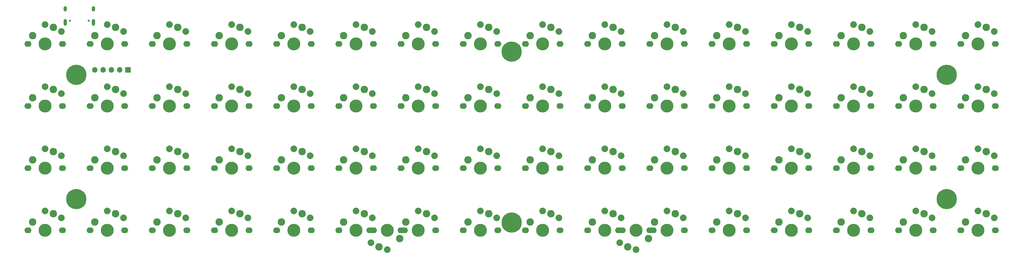
<source format=gbr>
%TF.GenerationSoftware,KiCad,Pcbnew,(6.0.0)*%
%TF.CreationDate,2022-05-03T01:33:48-04:00*%
%TF.ProjectId,HL-2040,484c2d32-3034-4302-9e6b-696361645f70,Mark 2 Rev F*%
%TF.SameCoordinates,Original*%
%TF.FileFunction,Soldermask,Top*%
%TF.FilePolarity,Negative*%
%FSLAX46Y46*%
G04 Gerber Fmt 4.6, Leading zero omitted, Abs format (unit mm)*
G04 Created by KiCad (PCBNEW (6.0.0)) date 2022-05-03 01:33:48*
%MOMM*%
%LPD*%
G01*
G04 APERTURE LIST*
%ADD10C,3.987800*%
%ADD11O,2.150000X1.750000*%
%ADD12C,2.032000*%
%ADD13C,2.286000*%
%ADD14C,6.200000*%
%ADD15R,1.700000X1.700000*%
%ADD16O,1.700000X1.700000*%
%ADD17C,0.650000*%
%ADD18O,1.000000X1.600000*%
%ADD19O,1.000000X2.100000*%
G04 APERTURE END LIST*
D10*
%TO.C,K2*%
X57943750Y-80962500D03*
D11*
X63226950Y-80962500D03*
X52660550Y-80962500D03*
D12*
X62943750Y-77162500D03*
D13*
X60483750Y-75882500D03*
X54133750Y-78422500D03*
D12*
X57943750Y-75062500D03*
%TD*%
D11*
%TO.C,K3*%
X71710550Y-80949800D03*
D10*
X76993750Y-80949800D03*
D11*
X82276950Y-80949800D03*
D12*
X81993750Y-77149800D03*
D13*
X79533750Y-75869800D03*
D12*
X76993750Y-75049800D03*
D13*
X73183750Y-78409800D03*
%TD*%
D10*
%TO.C,K6*%
X134143750Y-80962500D03*
D11*
X128860550Y-80962500D03*
X139426950Y-80962500D03*
D13*
X136683750Y-75882500D03*
D12*
X139143750Y-77162500D03*
X134143750Y-75062500D03*
D13*
X130333750Y-78422500D03*
%TD*%
D11*
%TO.C,K7*%
X158476950Y-80962500D03*
X147910550Y-80962500D03*
D10*
X153193750Y-80962500D03*
D12*
X158193750Y-77162500D03*
D13*
X155733750Y-75882500D03*
X149383750Y-78422500D03*
D12*
X153193750Y-75062500D03*
%TD*%
D11*
%TO.C,K8*%
X177526950Y-80962500D03*
D10*
X172243750Y-80962500D03*
D11*
X166960550Y-80962500D03*
D13*
X174783750Y-75882500D03*
D12*
X177243750Y-77162500D03*
D13*
X168433750Y-78422500D03*
D12*
X172243750Y-75062500D03*
%TD*%
D11*
%TO.C,K9*%
X186010550Y-80962500D03*
D10*
X191293750Y-80962500D03*
D11*
X196576950Y-80962500D03*
D13*
X193833750Y-75882500D03*
D12*
X196293750Y-77162500D03*
X191293750Y-75062500D03*
D13*
X187483750Y-78422500D03*
%TD*%
D11*
%TO.C,K10*%
X205060550Y-80962500D03*
X215626950Y-80962500D03*
D10*
X210343750Y-80962500D03*
D12*
X215343750Y-77162500D03*
D13*
X212883750Y-75882500D03*
X206533750Y-78422500D03*
D12*
X210343750Y-75062500D03*
%TD*%
D11*
%TO.C,K11*%
X234676950Y-80962500D03*
X224110550Y-80962500D03*
D10*
X229393750Y-80962500D03*
D12*
X234393750Y-77162500D03*
D13*
X231933750Y-75882500D03*
X225583750Y-78422500D03*
D12*
X229393750Y-75062500D03*
%TD*%
D10*
%TO.C,K12*%
X248443750Y-80962500D03*
D11*
X243160550Y-80962500D03*
X253726950Y-80962500D03*
D12*
X253443750Y-77162500D03*
D13*
X250983750Y-75882500D03*
D12*
X248443750Y-75062500D03*
D13*
X244633750Y-78422500D03*
%TD*%
D11*
%TO.C,K13*%
X272776950Y-80962500D03*
X262210550Y-80962500D03*
D10*
X267493750Y-80962500D03*
D13*
X270033750Y-75882500D03*
D12*
X272493750Y-77162500D03*
D13*
X263683750Y-78422500D03*
D12*
X267493750Y-75062500D03*
%TD*%
D11*
%TO.C,K14*%
X291826950Y-80962500D03*
D10*
X286543750Y-80962500D03*
D11*
X281260550Y-80962500D03*
D12*
X291543750Y-77162500D03*
D13*
X289083750Y-75882500D03*
D12*
X286543750Y-75062500D03*
D13*
X282733750Y-78422500D03*
%TD*%
D11*
%TO.C,K15*%
X300310550Y-80962500D03*
X310876950Y-80962500D03*
D10*
X305593750Y-80962500D03*
D12*
X310593750Y-77162500D03*
D13*
X308133750Y-75882500D03*
D12*
X305593750Y-75062500D03*
D13*
X301783750Y-78422500D03*
%TD*%
D11*
%TO.C,K16*%
X319360550Y-80962500D03*
X329926950Y-80962500D03*
D10*
X324643750Y-80962500D03*
D12*
X329643750Y-77162500D03*
D13*
X327183750Y-75882500D03*
D12*
X324643750Y-75062500D03*
D13*
X320833750Y-78422500D03*
%TD*%
D11*
%TO.C,K17*%
X44176950Y-100012500D03*
X33610550Y-100012500D03*
D10*
X38893750Y-100012500D03*
D13*
X41433750Y-94932500D03*
D12*
X43893750Y-96212500D03*
X38893750Y-94112500D03*
D13*
X35083750Y-97472500D03*
%TD*%
D11*
%TO.C,K18*%
X63226950Y-100012500D03*
D10*
X57943750Y-100012500D03*
D11*
X52660550Y-100012500D03*
D12*
X62943750Y-96212500D03*
D13*
X60483750Y-94932500D03*
X54133750Y-97472500D03*
D12*
X57943750Y-94112500D03*
%TD*%
D10*
%TO.C,K19*%
X76993750Y-100012500D03*
D11*
X71710550Y-100012500D03*
X82276950Y-100012500D03*
D12*
X81993750Y-96212500D03*
D13*
X79533750Y-94932500D03*
X73183750Y-97472500D03*
D12*
X76993750Y-94112500D03*
%TD*%
D11*
%TO.C,K22*%
X128860550Y-100012500D03*
X139426950Y-100012500D03*
D10*
X134143750Y-100012500D03*
D13*
X136683750Y-94932500D03*
D12*
X139143750Y-96212500D03*
X134143750Y-94112500D03*
D13*
X130333750Y-97472500D03*
%TD*%
D11*
%TO.C,K23*%
X147910550Y-100012500D03*
X158476950Y-100012500D03*
D10*
X153193750Y-100012500D03*
D12*
X158193750Y-96212500D03*
D13*
X155733750Y-94932500D03*
D12*
X153193750Y-94112500D03*
D13*
X149383750Y-97472500D03*
%TD*%
D11*
%TO.C,K24*%
X177526950Y-100012500D03*
X166960550Y-100012500D03*
D10*
X172243750Y-100012500D03*
D12*
X177243750Y-96212500D03*
D13*
X174783750Y-94932500D03*
D12*
X172243750Y-94112500D03*
D13*
X168433750Y-97472500D03*
%TD*%
D10*
%TO.C,K25*%
X191293750Y-100012500D03*
D11*
X186010550Y-100012500D03*
X196576950Y-100012500D03*
D13*
X193833750Y-94932500D03*
D12*
X196293750Y-96212500D03*
D13*
X187483750Y-97472500D03*
D12*
X191293750Y-94112500D03*
%TD*%
D11*
%TO.C,K26*%
X215626950Y-100012500D03*
D10*
X210343750Y-100012500D03*
D11*
X205060550Y-100012500D03*
D12*
X215343750Y-96212500D03*
D13*
X212883750Y-94932500D03*
D12*
X210343750Y-94112500D03*
D13*
X206533750Y-97472500D03*
%TD*%
D10*
%TO.C,K27*%
X229393750Y-100012500D03*
D11*
X234676950Y-100012500D03*
X224110550Y-100012500D03*
D13*
X231933750Y-94932500D03*
D12*
X234393750Y-96212500D03*
X229393750Y-94112500D03*
D13*
X225583750Y-97472500D03*
%TD*%
D11*
%TO.C,K28*%
X243160550Y-100012500D03*
D10*
X248443750Y-100012500D03*
D11*
X253726950Y-100012500D03*
D13*
X250983750Y-94932500D03*
D12*
X253443750Y-96212500D03*
D13*
X244633750Y-97472500D03*
D12*
X248443750Y-94112500D03*
%TD*%
D11*
%TO.C,K29*%
X262210550Y-100012500D03*
D10*
X267493750Y-100012500D03*
D11*
X272776950Y-100012500D03*
D12*
X272493750Y-96212500D03*
D13*
X270033750Y-94932500D03*
D12*
X267493750Y-94112500D03*
D13*
X263683750Y-97472500D03*
%TD*%
D11*
%TO.C,K30*%
X281260550Y-100012500D03*
D10*
X286543750Y-100012500D03*
D11*
X291826950Y-100012500D03*
D12*
X291543750Y-96212500D03*
D13*
X289083750Y-94932500D03*
X282733750Y-97472500D03*
D12*
X286543750Y-94112500D03*
%TD*%
D11*
%TO.C,K31*%
X310876950Y-100012500D03*
D10*
X305593750Y-100012500D03*
D11*
X300310550Y-100012500D03*
D13*
X308133750Y-94932500D03*
D12*
X310593750Y-96212500D03*
X305593750Y-94112500D03*
D13*
X301783750Y-97472500D03*
%TD*%
D11*
%TO.C,K32*%
X329926950Y-100012500D03*
X319360550Y-100012500D03*
D10*
X324643750Y-100012500D03*
D12*
X329643750Y-96212500D03*
D13*
X327183750Y-94932500D03*
X320833750Y-97472500D03*
D12*
X324643750Y-94112500D03*
%TD*%
D11*
%TO.C,K33*%
X33610550Y-119062500D03*
D10*
X38893750Y-119062500D03*
D11*
X44176950Y-119062500D03*
D12*
X43893750Y-115262500D03*
D13*
X41433750Y-113982500D03*
D12*
X38893750Y-113162500D03*
D13*
X35083750Y-116522500D03*
%TD*%
D11*
%TO.C,K34*%
X63226950Y-119062500D03*
D10*
X57943750Y-119062500D03*
D11*
X52660550Y-119062500D03*
D12*
X62943750Y-115262500D03*
D13*
X60483750Y-113982500D03*
D12*
X57943750Y-113162500D03*
D13*
X54133750Y-116522500D03*
%TD*%
D11*
%TO.C,K35*%
X71710550Y-119062500D03*
D10*
X76993750Y-119062500D03*
D11*
X82276950Y-119062500D03*
D12*
X81993750Y-115262500D03*
D13*
X79533750Y-113982500D03*
D12*
X76993750Y-113162500D03*
D13*
X73183750Y-116522500D03*
%TD*%
D11*
%TO.C,K36*%
X101326950Y-119062500D03*
X90760550Y-119062500D03*
D10*
X96043750Y-119062500D03*
D13*
X98583750Y-113982500D03*
D12*
X101043750Y-115262500D03*
X96043750Y-113162500D03*
D13*
X92233750Y-116522500D03*
%TD*%
D10*
%TO.C,K37*%
X115093750Y-119062500D03*
D11*
X120376950Y-119062500D03*
X109810550Y-119062500D03*
D12*
X120093750Y-115262500D03*
D13*
X117633750Y-113982500D03*
D12*
X115093750Y-113162500D03*
D13*
X111283750Y-116522500D03*
%TD*%
D10*
%TO.C,K38*%
X134143750Y-119062500D03*
D11*
X128860550Y-119062500D03*
X139426950Y-119062500D03*
D13*
X136683750Y-113982500D03*
D12*
X139143750Y-115262500D03*
D13*
X130333750Y-116522500D03*
D12*
X134143750Y-113162500D03*
%TD*%
D11*
%TO.C,K39*%
X147910550Y-119062500D03*
D10*
X153193750Y-119062500D03*
D11*
X158476950Y-119062500D03*
D12*
X158193750Y-115262500D03*
D13*
X155733750Y-113982500D03*
D12*
X153193750Y-113162500D03*
D13*
X149383750Y-116522500D03*
%TD*%
D11*
%TO.C,K40*%
X177526950Y-119062500D03*
D10*
X172243750Y-119062500D03*
D11*
X166960550Y-119062500D03*
D12*
X177243750Y-115262500D03*
D13*
X174783750Y-113982500D03*
D12*
X172243750Y-113162500D03*
D13*
X168433750Y-116522500D03*
%TD*%
D10*
%TO.C,K41*%
X191293750Y-119062500D03*
D11*
X196576950Y-119062500D03*
X186010550Y-119062500D03*
D12*
X196293750Y-115262500D03*
D13*
X193833750Y-113982500D03*
D12*
X191293750Y-113162500D03*
D13*
X187483750Y-116522500D03*
%TD*%
D11*
%TO.C,K42*%
X215626950Y-119062500D03*
D10*
X210343750Y-119062500D03*
D11*
X205060550Y-119062500D03*
D13*
X212883750Y-113982500D03*
D12*
X215343750Y-115262500D03*
D13*
X206533750Y-116522500D03*
D12*
X210343750Y-113162500D03*
%TD*%
D11*
%TO.C,K43*%
X234676950Y-119062500D03*
D10*
X229393750Y-119062500D03*
D11*
X224110550Y-119062500D03*
D12*
X234393750Y-115262500D03*
D13*
X231933750Y-113982500D03*
D12*
X229393750Y-113162500D03*
D13*
X225583750Y-116522500D03*
%TD*%
D11*
%TO.C,K44*%
X243160550Y-119062500D03*
X253726950Y-119062500D03*
D10*
X248443750Y-119062500D03*
D12*
X253443750Y-115262500D03*
D13*
X250983750Y-113982500D03*
D12*
X248443750Y-113162500D03*
D13*
X244633750Y-116522500D03*
%TD*%
D11*
%TO.C,K45*%
X272776950Y-119062500D03*
D10*
X267493750Y-119062500D03*
D11*
X262210550Y-119062500D03*
D12*
X272493750Y-115262500D03*
D13*
X270033750Y-113982500D03*
D12*
X267493750Y-113162500D03*
D13*
X263683750Y-116522500D03*
%TD*%
D11*
%TO.C,K46*%
X281260550Y-119062500D03*
D10*
X286543750Y-119062500D03*
D11*
X291826950Y-119062500D03*
D12*
X291543750Y-115262500D03*
D13*
X289083750Y-113982500D03*
D12*
X286543750Y-113162500D03*
D13*
X282733750Y-116522500D03*
%TD*%
D11*
%TO.C,K47*%
X300310550Y-119062500D03*
X310876950Y-119062500D03*
D10*
X305593750Y-119062500D03*
D12*
X310593750Y-115262500D03*
D13*
X308133750Y-113982500D03*
D12*
X305593750Y-113162500D03*
D13*
X301783750Y-116522500D03*
%TD*%
D11*
%TO.C,K48*%
X329926950Y-119062500D03*
X319360550Y-119062500D03*
D10*
X324643750Y-119062500D03*
D12*
X329643750Y-115262500D03*
D13*
X327183750Y-113982500D03*
D12*
X324643750Y-113162500D03*
D13*
X320833750Y-116522500D03*
%TD*%
D11*
%TO.C,K49*%
X33610550Y-138112500D03*
X44176950Y-138112500D03*
D10*
X38893750Y-138112500D03*
D12*
X43893750Y-134312500D03*
D13*
X41433750Y-133032500D03*
D12*
X38893750Y-132212500D03*
D13*
X35083750Y-135572500D03*
%TD*%
D10*
%TO.C,K50*%
X57943750Y-138112500D03*
D11*
X63226950Y-138112500D03*
X52660550Y-138112500D03*
D12*
X62943750Y-134312500D03*
D13*
X60483750Y-133032500D03*
X54133750Y-135572500D03*
D12*
X57943750Y-132212500D03*
%TD*%
D11*
%TO.C,K51*%
X71710550Y-138112500D03*
X82276950Y-138112500D03*
D10*
X76993750Y-138112500D03*
D12*
X81993750Y-134312500D03*
D13*
X79533750Y-133032500D03*
D12*
X76993750Y-132212500D03*
D13*
X73183750Y-135572500D03*
%TD*%
D11*
%TO.C,K52*%
X90760550Y-138112500D03*
D10*
X96043750Y-138112500D03*
D11*
X101326950Y-138112500D03*
D13*
X98583750Y-133032500D03*
D12*
X101043750Y-134312500D03*
D13*
X92233750Y-135572500D03*
D12*
X96043750Y-132212500D03*
%TD*%
D11*
%TO.C,K53*%
X109810550Y-138112500D03*
D10*
X115093750Y-138112500D03*
D11*
X120376950Y-138112500D03*
D12*
X120093750Y-134312500D03*
D13*
X117633750Y-133032500D03*
X111283750Y-135572500D03*
D12*
X115093750Y-132212500D03*
%TD*%
D11*
%TO.C,K54*%
X128860550Y-138112500D03*
D10*
X134143750Y-138112500D03*
D11*
X139426950Y-138112500D03*
D13*
X136683750Y-133032500D03*
D12*
X139143750Y-134312500D03*
X134143750Y-132212500D03*
D13*
X130333750Y-135572500D03*
%TD*%
D10*
%TO.C,K55*%
X153193750Y-138112500D03*
D11*
X147910550Y-138112500D03*
X158476950Y-138112500D03*
D12*
X158193750Y-134312500D03*
D13*
X155733750Y-133032500D03*
X149383750Y-135572500D03*
D12*
X153193750Y-132212500D03*
%TD*%
D10*
%TO.C,K56*%
X172243750Y-138112500D03*
D11*
X177526950Y-138112500D03*
X166960550Y-138112500D03*
D12*
X177243750Y-134312500D03*
D13*
X174783750Y-133032500D03*
D12*
X172243750Y-132212500D03*
D13*
X168433750Y-135572500D03*
%TD*%
D11*
%TO.C,K57*%
X196576950Y-138112500D03*
D10*
X191293750Y-138112500D03*
D11*
X186010550Y-138112500D03*
D12*
X196293750Y-134312500D03*
D13*
X193833750Y-133032500D03*
D12*
X191293750Y-132212500D03*
D13*
X187483750Y-135572500D03*
%TD*%
D10*
%TO.C,K58*%
X210343750Y-138112500D03*
D11*
X205060550Y-138112500D03*
X215626950Y-138112500D03*
D13*
X212883750Y-133032500D03*
D12*
X215343750Y-134312500D03*
X210343750Y-132212500D03*
D13*
X206533750Y-135572500D03*
%TD*%
D10*
%TO.C,K59*%
X229393750Y-138112500D03*
D11*
X224110550Y-138112500D03*
X234676950Y-138112500D03*
D13*
X231933750Y-133032500D03*
D12*
X234393750Y-134312500D03*
D13*
X225583750Y-135572500D03*
D12*
X229393750Y-132212500D03*
%TD*%
D11*
%TO.C,K60*%
X243160550Y-138112500D03*
X253726950Y-138112500D03*
D10*
X248443750Y-138112500D03*
D13*
X250983750Y-133032500D03*
D12*
X253443750Y-134312500D03*
X248443750Y-132212500D03*
D13*
X244633750Y-135572500D03*
%TD*%
D10*
%TO.C,K61*%
X267493750Y-138112500D03*
D11*
X272776950Y-138112500D03*
X262210550Y-138112500D03*
D13*
X270033750Y-133032500D03*
D12*
X272493750Y-134312500D03*
X267493750Y-132212500D03*
D13*
X263683750Y-135572500D03*
%TD*%
D11*
%TO.C,K62*%
X291826950Y-138112500D03*
X281260550Y-138112500D03*
D10*
X286543750Y-138112500D03*
D12*
X291543750Y-134312500D03*
D13*
X289083750Y-133032500D03*
D12*
X286543750Y-132212500D03*
D13*
X282733750Y-135572500D03*
%TD*%
D11*
%TO.C,K63*%
X300310550Y-138112500D03*
D10*
X305593750Y-138112500D03*
D11*
X310876950Y-138112500D03*
D12*
X310593750Y-134312500D03*
D13*
X308133750Y-133032500D03*
D12*
X305593750Y-132212500D03*
D13*
X301783750Y-135572500D03*
%TD*%
D11*
%TO.C,K64*%
X329926950Y-138112500D03*
X319360550Y-138112500D03*
D10*
X324643750Y-138112500D03*
D13*
X327183750Y-133032500D03*
D12*
X329643750Y-134312500D03*
X324643750Y-132212500D03*
D13*
X320833750Y-135572500D03*
%TD*%
D11*
%TO.C,K1*%
X44176950Y-80962500D03*
X33610550Y-80962500D03*
D10*
X38893750Y-80962500D03*
D12*
X43893750Y-77162500D03*
D13*
X41433750Y-75882500D03*
X35083750Y-78422500D03*
D12*
X38893750Y-75062500D03*
%TD*%
D14*
%TO.C,H1*%
X48415700Y-90481800D03*
%TD*%
%TO.C,H2*%
X48415700Y-128579400D03*
%TD*%
%TO.C,H3*%
X181757300Y-83338500D03*
%TD*%
%TO.C,H4*%
X181757300Y-135722700D03*
%TD*%
%TO.C,H5*%
X315098900Y-90481800D03*
%TD*%
%TO.C,H6*%
X315098900Y-128579400D03*
%TD*%
D11*
%TO.C,K4*%
X101326950Y-80962500D03*
X90760550Y-80962500D03*
D10*
X96043750Y-80962500D03*
D12*
X101043750Y-77162500D03*
D13*
X98583750Y-75882500D03*
X92233750Y-78422500D03*
D12*
X96043750Y-75062500D03*
%TD*%
D10*
%TO.C,K5*%
X115093750Y-80962500D03*
D11*
X120376950Y-80962500D03*
X109810550Y-80962500D03*
D12*
X120093750Y-77162500D03*
D13*
X117633750Y-75882500D03*
X111283750Y-78422500D03*
D12*
X115093750Y-75062500D03*
%TD*%
D10*
%TO.C,K21*%
X115093750Y-100012500D03*
D11*
X109810550Y-100012500D03*
X120376950Y-100012500D03*
D13*
X117633750Y-94932500D03*
D12*
X120093750Y-96212500D03*
D13*
X111283750Y-97472500D03*
D12*
X115093750Y-94112500D03*
%TD*%
D11*
%TO.C,K20*%
X90760550Y-100012500D03*
X101326950Y-100012500D03*
D10*
X96043750Y-100012500D03*
D12*
X101043750Y-96212500D03*
D13*
X98583750Y-94932500D03*
X92233750Y-97472500D03*
D12*
X96043750Y-94112500D03*
%TD*%
D15*
%TO.C,J1*%
X64262000Y-88900000D03*
D16*
X61722000Y-88900000D03*
X59182000Y-88900000D03*
X56642000Y-88900000D03*
X54102000Y-88900000D03*
%TD*%
D11*
%TO.C,K54.1*%
X138385550Y-138112500D03*
X148951950Y-138112500D03*
D10*
X143668750Y-138112500D03*
D12*
X138668750Y-141912500D03*
D13*
X141128750Y-143192500D03*
D12*
X143668750Y-144012500D03*
D13*
X147478750Y-140652500D03*
%TD*%
D10*
%TO.C,K58.1*%
X219868750Y-138112500D03*
D11*
X225151950Y-138112500D03*
X214585550Y-138112500D03*
D12*
X214868750Y-141912500D03*
D13*
X217328750Y-143192500D03*
D12*
X219868750Y-144012500D03*
D13*
X223678750Y-140652500D03*
%TD*%
D17*
%TO.C,J0*%
X52293000Y-73847000D03*
X46513000Y-73847000D03*
D18*
X45083000Y-70197000D03*
D19*
X45083000Y-74377000D03*
D18*
X53723000Y-70197000D03*
D19*
X53723000Y-74377000D03*
%TD*%
M02*

</source>
